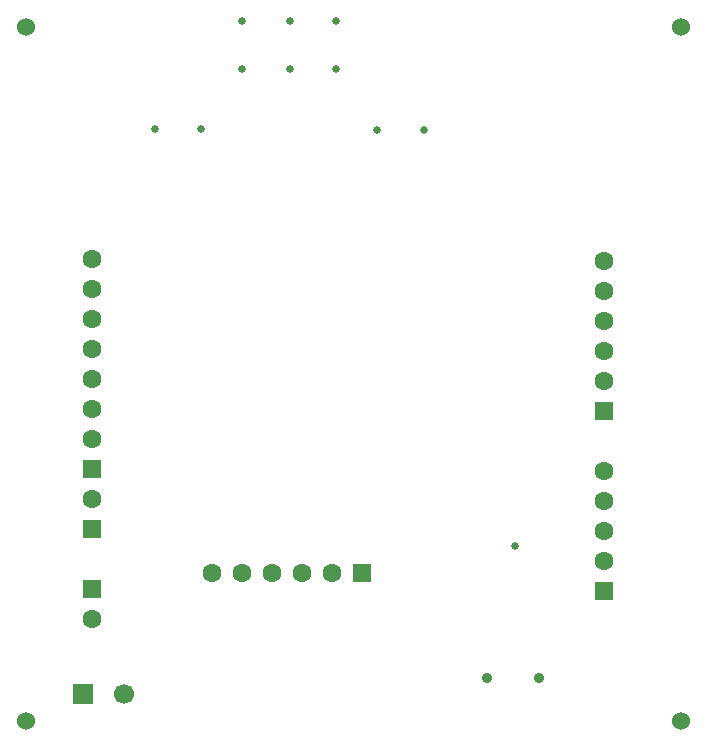
<source format=gbr>
%TF.GenerationSoftware,Altium Limited,Altium NEXUS,2.1.6 (59)*%
G04 Layer_Color=255*
%FSLAX45Y45*%
%MOMM*%
%TF.FileFunction,Pads,Bot*%
%TF.Part,Single*%
G01*
G75*
%TA.AperFunction,ViaPad*%
%ADD26C,0.65000*%
%TA.AperFunction,WasherPad*%
%ADD27C,1.52400*%
%TA.AperFunction,ComponentPad*%
%ADD28C,0.90000*%
%ADD29R,1.60000X1.60000*%
%ADD30C,1.60000*%
%ADD31R,1.70000X1.70000*%
%ADD32C,1.70000*%
%ADD33R,1.60000X1.60000*%
D26*
X6985000Y4470400D02*
D03*
X3937000Y8001000D02*
D03*
X6216600Y7988300D02*
D03*
X5816600D02*
D03*
X4330700Y8001000D02*
D03*
X5473700Y8509000D02*
D03*
X5080000D02*
D03*
X4673600D02*
D03*
X5473700Y8909000D02*
D03*
X5080000D02*
D03*
X4673600D02*
D03*
D27*
X2844800Y8864600D02*
D03*
X8394700D02*
D03*
Y2984500D02*
D03*
X2844800D02*
D03*
D28*
X7188200Y3352800D02*
D03*
X6748200D02*
D03*
D29*
X3403600Y4610100D02*
D03*
X7743700Y5613400D02*
D03*
X3403600Y4102100D02*
D03*
Y5118100D02*
D03*
X7743700Y4089400D02*
D03*
D30*
X3403600Y4864100D02*
D03*
X7743700Y5867400D02*
D03*
Y6121400D02*
D03*
Y6375400D02*
D03*
Y6629400D02*
D03*
Y6883400D02*
D03*
X3403600Y3848100D02*
D03*
Y6896100D02*
D03*
Y6642100D02*
D03*
Y6388100D02*
D03*
Y6134100D02*
D03*
Y5880100D02*
D03*
Y5626100D02*
D03*
Y5372100D02*
D03*
X7743700Y4343400D02*
D03*
Y4597400D02*
D03*
Y4851400D02*
D03*
Y5105400D02*
D03*
X5435600Y4241800D02*
D03*
X5181600D02*
D03*
X4927600D02*
D03*
X4673600D02*
D03*
X4419600D02*
D03*
D31*
X3327400Y3213100D02*
D03*
D32*
X3677400D02*
D03*
D33*
X5689600Y4241800D02*
D03*
%TF.MD5,8bb2941d47b04a7b752aae5f4131e47a*%
M02*

</source>
